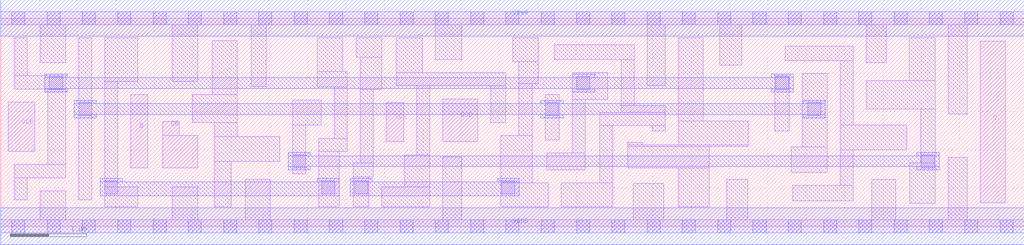
<source format=lef>
# Copyright 2020 The SkyWater PDK Authors
#
# Licensed under the Apache License, Version 2.0 (the "License");
# you may not use this file except in compliance with the License.
# You may obtain a copy of the License at
#
#     https://www.apache.org/licenses/LICENSE-2.0
#
# Unless required by applicable law or agreed to in writing, software
# distributed under the License is distributed on an "AS IS" BASIS,
# WITHOUT WARRANTIES OR CONDITIONS OF ANY KIND, either express or implied.
# See the License for the specific language governing permissions and
# limitations under the License.
#
# SPDX-License-Identifier: Apache-2.0

VERSION 5.7 ;
  NAMESCASESENSITIVE ON ;
  NOWIREEXTENSIONATPIN ON ;
  DIVIDERCHAR "/" ;
  BUSBITCHARS "[]" ;
UNITS
  DATABASE MICRONS 200 ;
END UNITS
MACRO sky130_fd_sc_hd__sedfxtp_1
  CLASS CORE ;
  SOURCE USER ;
  FOREIGN sky130_fd_sc_hd__sedfxtp_1 ;
  ORIGIN  0.000000  0.000000 ;
  SIZE  13.34000 BY  2.720000 ;
  SYMMETRY X Y R90 ;
  SITE unithd ;
  PIN D
    ANTENNAGATEAREA  0.159000 ;
    DIRECTION INPUT ;
    USE SIGNAL ;
    PORT
      LAYER li1 ;
        RECT 1.695000 0.765000 1.915000 1.720000 ;
    END
  END D
  PIN DE
    ANTENNAGATEAREA  0.318000 ;
    DIRECTION INPUT ;
    USE SIGNAL ;
    PORT
      LAYER li1 ;
        RECT 2.110000 0.765000 2.565000 1.185000 ;
        RECT 2.110000 1.185000 2.325000 1.370000 ;
    END
  END DE
  PIN Q
    ANTENNADIFFAREA  0.462000 ;
    DIRECTION OUTPUT ;
    USE SIGNAL ;
    PORT
      LAYER li1 ;
        RECT 12.765000 0.305000 13.095000 2.420000 ;
    END
  END Q
  PIN SCD
    ANTENNAGATEAREA  0.159000 ;
    DIRECTION INPUT ;
    USE SIGNAL ;
    PORT
      LAYER li1 ;
        RECT 5.760000 1.105000 6.215000 1.665000 ;
    END
  END SCD
  PIN SCE
    ANTENNAGATEAREA  0.318000 ;
    DIRECTION INPUT ;
    USE SIGNAL ;
    PORT
      LAYER li1 ;
        RECT 5.025000 1.105000 5.250000 1.615000 ;
    END
  END SCE
  PIN CLK
    ANTENNAGATEAREA  0.159000 ;
    DIRECTION INPUT ;
    USE CLOCK ;
    PORT
      LAYER li1 ;
        RECT 0.095000 0.975000 0.445000 1.625000 ;
    END
  END CLK
  PIN VGND
    DIRECTION INOUT ;
    SHAPE ABUTMENT ;
    USE GROUND ;
    PORT
      LAYER met1 ;
        RECT 0.000000 -0.240000 13.340000 0.240000 ;
    END
  END VGND
  PIN VPWR
    DIRECTION INOUT ;
    SHAPE ABUTMENT ;
    USE POWER ;
    PORT
      LAYER met1 ;
        RECT 0.000000 2.480000 13.340000 2.960000 ;
    END
  END VPWR
  OBS
    LAYER li1 ;
      RECT  0.000000 -0.085000 13.340000 0.085000 ;
      RECT  0.000000  2.635000 13.340000 2.805000 ;
      RECT  0.175000  0.345000  0.345000 0.635000 ;
      RECT  0.175000  0.635000  0.845000 0.805000 ;
      RECT  0.175000  1.795000  0.845000 1.965000 ;
      RECT  0.175000  1.965000  0.345000 2.465000 ;
      RECT  0.515000  0.085000  0.845000 0.465000 ;
      RECT  0.515000  2.135000  0.845000 2.635000 ;
      RECT  0.615000  0.805000  0.845000 1.795000 ;
      RECT  1.015000  0.345000  1.185000 2.465000 ;
      RECT  1.355000  0.255000  1.785000 0.515000 ;
      RECT  1.355000  0.515000  1.525000 1.890000 ;
      RECT  1.355000  1.890000  1.785000 2.465000 ;
      RECT  2.235000  0.085000  2.565000 0.515000 ;
      RECT  2.235000  1.890000  2.565000 2.635000 ;
      RECT  2.495000  1.355000  3.085000 1.720000 ;
      RECT  2.755000  1.720000  3.085000 2.425000 ;
      RECT  2.780000  0.255000  3.005000 0.845000 ;
      RECT  2.780000  0.845000  3.635000 1.175000 ;
      RECT  2.780000  1.175000  3.085000 1.355000 ;
      RECT  3.185000  0.085000  3.515000 0.610000 ;
      RECT  3.265000  1.825000  3.460000 2.635000 ;
      RECT  3.805000  0.685000  3.975000 1.320000 ;
      RECT  3.805000  1.320000  4.175000 1.650000 ;
      RECT  4.125000  1.820000  4.515000 2.020000 ;
      RECT  4.125000  2.020000  4.455000 2.465000 ;
      RECT  4.145000  0.255000  4.415000 0.980000 ;
      RECT  4.145000  0.980000  4.515000 1.150000 ;
      RECT  4.345000  1.150000  4.515000 1.820000 ;
      RECT  4.595000  0.255000  4.795000 0.645000 ;
      RECT  4.595000  0.645000  4.855000 0.825000 ;
      RECT  4.635000  2.210000  4.965000 2.465000 ;
      RECT  4.685000  0.825000  4.855000 1.785000 ;
      RECT  4.685000  1.785000  4.965000 2.210000 ;
      RECT  4.965000  0.255000  5.590000 0.515000 ;
      RECT  5.155000  1.835000  6.585000 2.005000 ;
      RECT  5.155000  2.005000  5.495000 2.465000 ;
      RECT  5.260000  0.515000  5.590000 0.935000 ;
      RECT  5.420000  0.935000  5.590000 1.835000 ;
      RECT  5.665000  2.175000  6.010000 2.635000 ;
      RECT  5.760000  0.085000  6.010000 0.905000 ;
      RECT  6.385000  1.355000  6.585000 1.835000 ;
      RECT  6.515000  0.255000  7.135000 0.565000 ;
      RECT  6.515000  0.565000  6.925000 1.185000 ;
      RECT  6.675000  2.150000  7.005000 2.465000 ;
      RECT  6.755000  1.185000  6.925000 1.865000 ;
      RECT  6.755000  1.865000  7.005000 2.150000 ;
      RECT  7.095000  1.125000  7.280000 1.720000 ;
      RECT  7.115000  0.735000  7.620000 0.955000 ;
      RECT  7.215000  2.175000  8.255000 2.375000 ;
      RECT  7.305000  0.255000  7.980000 0.565000 ;
      RECT  7.450000  0.955000  7.620000 1.655000 ;
      RECT  7.450000  1.655000  7.915000 2.005000 ;
      RECT  7.810000  0.565000  7.980000 1.315000 ;
      RECT  7.810000  1.315000  8.660000 1.485000 ;
      RECT  8.085000  1.485000  8.660000 1.575000 ;
      RECT  8.085000  1.575000  8.255000 2.175000 ;
      RECT  8.170000  0.765000  9.235000 1.045000 ;
      RECT  8.170000  1.045000  9.745000 1.065000 ;
      RECT  8.170000  1.065000  8.370000 1.095000 ;
      RECT  8.245000  0.085000  8.640000 0.560000 ;
      RECT  8.425000  1.835000  8.660000 2.635000 ;
      RECT  8.490000  1.245000  8.660000 1.315000 ;
      RECT  8.830000  0.255000  9.235000 0.765000 ;
      RECT  8.830000  1.065000  9.745000 1.375000 ;
      RECT  8.830000  1.375000  9.160000 2.465000 ;
      RECT  9.370000  2.105000  9.660000 2.635000 ;
      RECT  9.465000  0.085000  9.740000 0.615000 ;
      RECT 10.090000  1.245000 10.280000 1.965000 ;
      RECT 10.225000  2.165000 11.110000 2.355000 ;
      RECT 10.305000  0.705000 10.770000 1.035000 ;
      RECT 10.325000  0.330000 11.110000 0.535000 ;
      RECT 10.450000  1.035000 10.770000 1.995000 ;
      RECT 10.940000  0.535000 11.110000 0.995000 ;
      RECT 10.940000  0.995000 11.810000 1.325000 ;
      RECT 10.940000  1.325000 11.110000 2.165000 ;
      RECT 11.280000  1.530000 12.180000 1.905000 ;
      RECT 11.280000  2.135000 11.540000 2.635000 ;
      RECT 11.350000  0.085000 11.665000 0.615000 ;
      RECT 11.840000  1.905000 12.180000 2.465000 ;
      RECT 11.850000  0.300000 12.180000 0.825000 ;
      RECT 11.990000  0.825000 12.180000 1.530000 ;
      RECT 12.350000  0.085000 12.595000 0.900000 ;
      RECT 12.350000  1.465000 12.595000 2.635000 ;
    LAYER mcon ;
      RECT  0.145000 -0.085000  0.315000 0.085000 ;
      RECT  0.145000  2.635000  0.315000 2.805000 ;
      RECT  0.605000 -0.085000  0.775000 0.085000 ;
      RECT  0.605000  2.635000  0.775000 2.805000 ;
      RECT  0.635000  1.785000  0.805000 1.955000 ;
      RECT  1.015000  1.445000  1.185000 1.615000 ;
      RECT  1.065000 -0.085000  1.235000 0.085000 ;
      RECT  1.065000  2.635000  1.235000 2.805000 ;
      RECT  1.355000  0.425000  1.525000 0.595000 ;
      RECT  1.525000 -0.085000  1.695000 0.085000 ;
      RECT  1.525000  2.635000  1.695000 2.805000 ;
      RECT  1.985000 -0.085000  2.155000 0.085000 ;
      RECT  1.985000  2.635000  2.155000 2.805000 ;
      RECT  2.445000 -0.085000  2.615000 0.085000 ;
      RECT  2.445000  2.635000  2.615000 2.805000 ;
      RECT  2.905000 -0.085000  3.075000 0.085000 ;
      RECT  2.905000  2.635000  3.075000 2.805000 ;
      RECT  3.365000 -0.085000  3.535000 0.085000 ;
      RECT  3.365000  2.635000  3.535000 2.805000 ;
      RECT  3.805000  0.765000  3.975000 0.935000 ;
      RECT  3.825000 -0.085000  3.995000 0.085000 ;
      RECT  3.825000  2.635000  3.995000 2.805000 ;
      RECT  4.185000  0.425000  4.355000 0.595000 ;
      RECT  4.285000 -0.085000  4.455000 0.085000 ;
      RECT  4.285000  2.635000  4.455000 2.805000 ;
      RECT  4.615000  0.425000  4.785000 0.595000 ;
      RECT  4.745000 -0.085000  4.915000 0.085000 ;
      RECT  4.745000  2.635000  4.915000 2.805000 ;
      RECT  5.205000 -0.085000  5.375000 0.085000 ;
      RECT  5.205000  2.635000  5.375000 2.805000 ;
      RECT  5.665000 -0.085000  5.835000 0.085000 ;
      RECT  5.665000  2.635000  5.835000 2.805000 ;
      RECT  6.125000 -0.085000  6.295000 0.085000 ;
      RECT  6.125000  2.635000  6.295000 2.805000 ;
      RECT  6.530000  0.425000  6.700000 0.595000 ;
      RECT  6.585000 -0.085000  6.755000 0.085000 ;
      RECT  6.585000  2.635000  6.755000 2.805000 ;
      RECT  7.045000 -0.085000  7.215000 0.085000 ;
      RECT  7.045000  2.635000  7.215000 2.805000 ;
      RECT  7.100000  1.445000  7.270000 1.615000 ;
      RECT  7.505000 -0.085000  7.675000 0.085000 ;
      RECT  7.505000  2.635000  7.675000 2.805000 ;
      RECT  7.510000  1.785000  7.680000 1.955000 ;
      RECT  7.965000 -0.085000  8.135000 0.085000 ;
      RECT  7.965000  2.635000  8.135000 2.805000 ;
      RECT  8.425000 -0.085000  8.595000 0.085000 ;
      RECT  8.425000  2.635000  8.595000 2.805000 ;
      RECT  8.885000 -0.085000  9.055000 0.085000 ;
      RECT  8.885000  2.635000  9.055000 2.805000 ;
      RECT  9.345000 -0.085000  9.515000 0.085000 ;
      RECT  9.345000  2.635000  9.515000 2.805000 ;
      RECT  9.805000 -0.085000  9.975000 0.085000 ;
      RECT  9.805000  2.635000  9.975000 2.805000 ;
      RECT 10.100000  1.785000 10.270000 1.955000 ;
      RECT 10.265000 -0.085000 10.435000 0.085000 ;
      RECT 10.265000  2.635000 10.435000 2.805000 ;
      RECT 10.520000  1.445000 10.690000 1.615000 ;
      RECT 10.725000 -0.085000 10.895000 0.085000 ;
      RECT 10.725000  2.635000 10.895000 2.805000 ;
      RECT 11.185000 -0.085000 11.355000 0.085000 ;
      RECT 11.185000  2.635000 11.355000 2.805000 ;
      RECT 11.645000 -0.085000 11.815000 0.085000 ;
      RECT 11.645000  2.635000 11.815000 2.805000 ;
      RECT 12.000000  0.765000 12.170000 0.935000 ;
      RECT 12.105000 -0.085000 12.275000 0.085000 ;
      RECT 12.105000  2.635000 12.275000 2.805000 ;
      RECT 12.565000 -0.085000 12.735000 0.085000 ;
      RECT 12.565000  2.635000 12.735000 2.805000 ;
      RECT 13.025000 -0.085000 13.195000 0.085000 ;
      RECT 13.025000  2.635000 13.195000 2.805000 ;
    LAYER met1 ;
      RECT  0.575000 1.755000  0.865000 1.800000 ;
      RECT  0.575000 1.800000 10.330000 1.940000 ;
      RECT  0.575000 1.940000  0.865000 1.985000 ;
      RECT  0.955000 1.415000  1.245000 1.460000 ;
      RECT  0.955000 1.460000 10.750000 1.600000 ;
      RECT  0.955000 1.600000  1.245000 1.645000 ;
      RECT  1.295000 0.395000  4.415000 0.580000 ;
      RECT  1.295000 0.580000  1.585000 0.625000 ;
      RECT  3.745000 0.735000  4.035000 0.780000 ;
      RECT  3.745000 0.780000 12.230000 0.920000 ;
      RECT  3.745000 0.920000  4.035000 0.965000 ;
      RECT  4.125000 0.580000  4.415000 0.625000 ;
      RECT  4.555000 0.395000  6.760000 0.580000 ;
      RECT  4.555000 0.580000  4.845000 0.625000 ;
      RECT  6.470000 0.580000  6.760000 0.625000 ;
      RECT  7.040000 1.415000  7.330000 1.460000 ;
      RECT  7.040000 1.600000  7.330000 1.645000 ;
      RECT  7.450000 1.755000  7.740000 1.800000 ;
      RECT  7.450000 1.940000  7.740000 1.985000 ;
      RECT 10.040000 1.755000 10.330000 1.800000 ;
      RECT 10.040000 1.940000 10.330000 1.985000 ;
      RECT 10.460000 1.415000 10.750000 1.460000 ;
      RECT 10.460000 1.600000 10.750000 1.645000 ;
      RECT 11.940000 0.735000 12.230000 0.780000 ;
      RECT 11.940000 0.920000 12.230000 0.965000 ;
  END
END sky130_fd_sc_hd__sedfxtp_1

</source>
